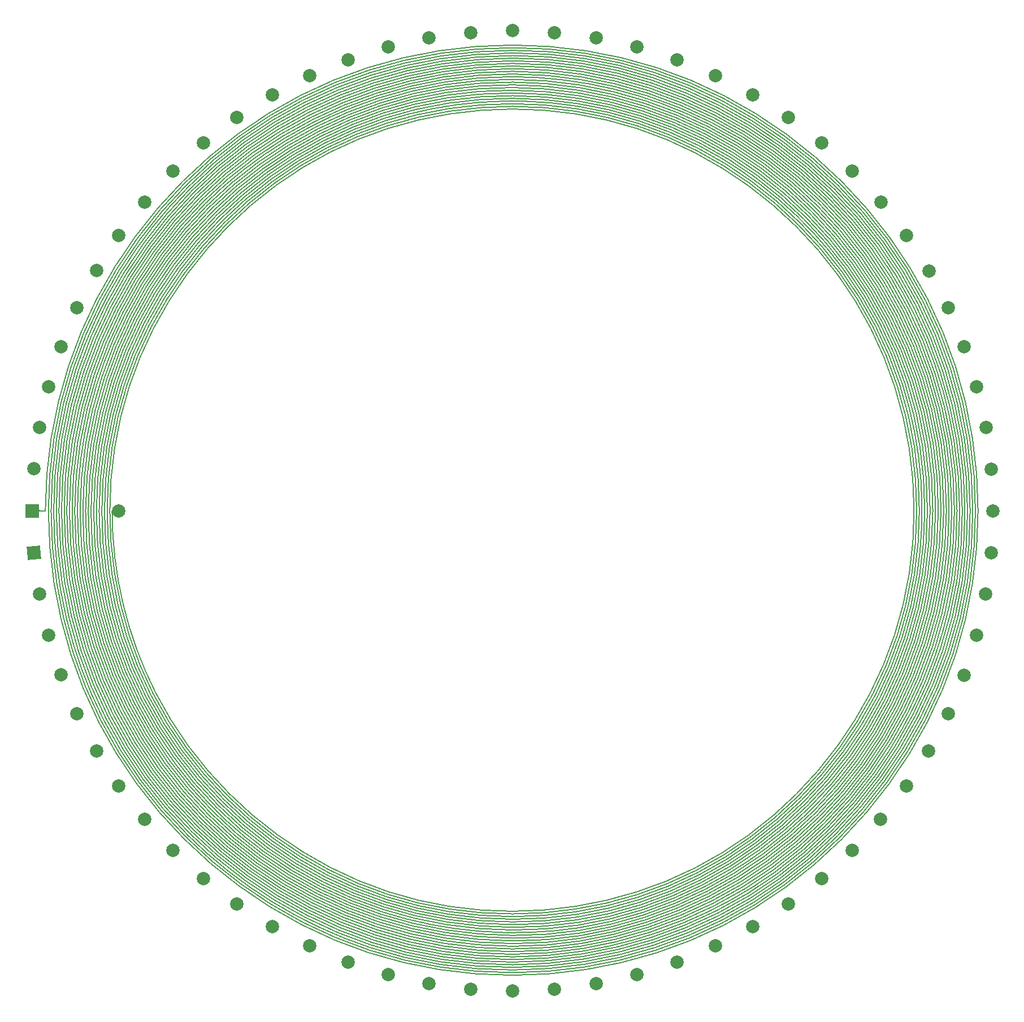
<source format=gtl>
G04*
G04 #@! TF.GenerationSoftware,Altium Limited,Altium Designer,19.1.6 (110)*
G04*
G04 Layer_Physical_Order=1*
G04 Layer_Color=255*
%FSLAX25Y25*%
%MOIN*%
G70*
G01*
G75*
%ADD14C,0.00787*%
%ADD15C,0.00800*%
%ADD16C,0.07874*%
%ADD17P,0.11136X4X50.0*%
%ADD18R,0.07874X0.07874*%
G36*
X-279543Y724D02*
X-279519Y656D01*
X-279479Y596D01*
X-279422Y544D01*
X-279349Y500D01*
X-279259Y464D01*
X-279154Y436D01*
X-279032Y416D01*
X-278894Y404D01*
X-278740Y400D01*
Y-400D01*
X-278894Y-404D01*
X-279032Y-416D01*
X-279154Y-436D01*
X-279259Y-464D01*
X-279349Y-500D01*
X-279422Y-544D01*
X-279479Y-596D01*
X-279519Y-656D01*
X-279543Y-724D01*
X-279552Y-800D01*
Y800D01*
X-279543Y724D01*
D02*
G37*
D14*
X-262025Y85137D02*
G03*
X-275591Y0I262821J-85527D01*
G01*
X-228427Y116411D02*
G03*
X-256681Y-4I232038J-117952D01*
G01*
X-236221Y0D02*
G03*
X-210579Y-107295I237487J44D01*
G01*
Y-107295D02*
G03*
X-167040Y-167020I208848J106519D01*
G01*
Y-167020D02*
G03*
X-107304Y-210637I170542J170850D01*
G01*
D02*
G03*
X-73093Y-224958I106305J205924D01*
G01*
Y-224958D02*
G03*
X-37011Y-233579I71384J218953D01*
G01*
Y-233579D02*
G03*
X-13Y-236410I36677J236139D01*
G01*
X-13D02*
G03*
X73129Y-225009I-188J241529D01*
G01*
Y-225009D02*
G03*
X107474Y-210930I-70417J220707D01*
G01*
Y-210930D02*
G03*
X139107Y-191492I-104601J205692D01*
G01*
D02*
G03*
X167296Y-167314I-141262J193208D01*
G01*
Y-167314D02*
G03*
X210994Y-107486I-170985J170762D01*
G01*
Y-107486D02*
G03*
X225333Y-73215I-205786J106235D01*
G01*
X225333D02*
G03*
X233960Y-37073I-219869J71582D01*
G01*
D02*
G03*
X236799Y-12I-236868J36786D01*
G01*
Y-12D02*
G03*
X225391Y73252I-241771J-127D01*
G01*
X225391Y73252D02*
G03*
X211281Y107653I-220555J-70370D01*
G01*
D02*
G03*
X191805Y139333I-206482J-105108D01*
G01*
X191805D02*
G03*
X167588Y167572I-193795J-141694D01*
G01*
Y167572D02*
G03*
X107669Y211351I-170971J-171107D01*
G01*
D02*
G03*
X73337Y225707I-106157J-205642D01*
G01*
Y225707D02*
G03*
X37134Y234341I-71784J-220784D01*
G01*
X37134Y234341D02*
G03*
X11Y237189I-36896J-237582D01*
G01*
X11Y237189D02*
G03*
X-73376Y225772I65J-241995D01*
G01*
Y225772D02*
G03*
X-107831Y211631I70324J-220396D01*
G01*
Y211631D02*
G03*
X-139560Y192118I105608J-207271D01*
G01*
D02*
G03*
X-167848Y167863I142115J-194374D01*
G01*
X-167848Y167863D02*
G03*
X-211708Y107852I171214J-171168D01*
G01*
D02*
G03*
X-226081Y73458I205501J-106076D01*
G01*
D02*
G03*
X-234722Y37195I221692J-71989D01*
G01*
X-234722D02*
G03*
X-237579Y10I238281J-37008D01*
G01*
D02*
G03*
X-226154Y-73499I242201J1D01*
G01*
X-226154Y-73499D02*
G03*
X-211981Y-108009I220243J70285D01*
G01*
X-211981D02*
G03*
X-192430Y-139786I208056J106102D01*
G01*
X-192430D02*
G03*
X-168138Y-168125I194942J142525D01*
G01*
Y-168125D02*
G03*
X-108035Y-212065I171352J171308D01*
G01*
X-108035Y-212065D02*
G03*
X-73580Y-226453I105998J205374D01*
G01*
X-73580D02*
G03*
X-37256Y-235103I72196J222592D01*
G01*
Y-235103D02*
G03*
X-9Y-237969I37121J238964D01*
G01*
Y-237969D02*
G03*
X73622Y-226536I64J242389D01*
G01*
D02*
G03*
X108186Y-212330I-70258J220110D01*
G01*
Y-212330D02*
G03*
X140013Y-192743I-106588J208837D01*
G01*
D02*
G03*
X168402Y-168413I-142921J195499D01*
G01*
X168402Y-168413D02*
G03*
X212421Y-108218I-171389J171525D01*
G01*
X212421D02*
G03*
X226825Y-73702I-205277J105927D01*
G01*
X226825Y-73702D02*
G03*
X235484Y-37317I-223484J72407D01*
G01*
Y-37317D02*
G03*
X238360Y-7I-239631J37236D01*
G01*
X238360Y-7D02*
G03*
X226917Y73744I-242559J129D01*
G01*
X226917D02*
G03*
X212679Y108363I-220010J-70248D01*
G01*
X212679Y108363D02*
G03*
X193055Y140239I-209614J-107066D01*
G01*
D02*
G03*
X168689Y168680I-196046J-143306D01*
G01*
D02*
G03*
X108401Y212778I-171686J-171456D01*
G01*
D02*
G03*
X73823Y227197I-105872J-205222D01*
G01*
X73823Y227197D02*
G03*
X37377Y235865I-72619J-224366D01*
G01*
X37377Y235865D02*
G03*
X6Y238751I-37351J-240281D01*
G01*
D02*
G03*
X-73867Y227298I-196J-242711D01*
G01*
D02*
G03*
X-108540Y213027I70260J-219956D01*
G01*
D02*
G03*
X-140466Y193368I107535J-210385D01*
G01*
D02*
G03*
X-168957Y168965I143677J-196582D01*
G01*
Y168965D02*
G03*
X-213134Y108584I171510J-171834D01*
G01*
D02*
G03*
X-227568Y73945I205222J-105836D01*
G01*
X-227568D02*
G03*
X-236247Y37438I225239J-72834D01*
G01*
X-236247D02*
G03*
X-239143Y4I240915J-37468D01*
G01*
X-239143Y4D02*
G03*
X-227680Y-73990I242846J-263D01*
G01*
Y-73990D02*
G03*
X-213375Y-108716I219963J70300D01*
G01*
D02*
G03*
X-193680Y-140692I211152J107997D01*
G01*
X-193680Y-140692D02*
G03*
X-169241Y-169236I197107J144037D01*
G01*
D02*
G03*
X-108767Y-213491I171971J171551D01*
G01*
D02*
G03*
X-74066Y-227938I105827J205290D01*
G01*
X-74066Y-227938D02*
G03*
X-37498Y-236628I73050J226103D01*
G01*
X-37498Y-236628D02*
G03*
X-3Y-239535I37585J241531D01*
G01*
D02*
G03*
X74112Y-228061I331J242963D01*
G01*
X74112D02*
G03*
X108892Y-213722I-70371J220043D01*
G01*
Y-213722D02*
G03*
X140919Y-193993I-108450J211912D01*
G01*
D02*
G03*
X169514Y-169517I-144383J197620D01*
G01*
D02*
G03*
X194036Y-140950I-173424J173679D01*
G01*
X194036Y-140950D02*
G03*
X213846Y-108949I-193463J141895D01*
G01*
Y-108949D02*
G03*
X237010Y-37559I-208264J107026D01*
G01*
D02*
G03*
X239927Y-1I-242130J37703D01*
G01*
D02*
G03*
X237069Y37569I-245567J208D01*
G01*
Y37569D02*
G03*
X228441Y74235I-237111J-36443D01*
G01*
X228441D02*
G03*
X194305Y141147I-223278J-71745D01*
G01*
X194305D02*
G03*
X169793Y169793I-198121J-144717D01*
G01*
D02*
G03*
X141185Y194360I-173897J-173563D01*
G01*
Y194360D02*
G03*
X109132Y214202I-141889J-193399D01*
G01*
X109132D02*
G03*
X37619Y237391I-107278J-208969D01*
G01*
X37619D02*
G03*
X-0Y240320I-37821J-242712D01*
G01*
X-0D02*
G03*
X-37632Y237464I-265J-245811D01*
G01*
D02*
G03*
X-74357Y228822I36403J-237055D01*
G01*
D02*
G03*
X-141374Y194618I72071J-223969D01*
G01*
D02*
G03*
X-170072Y170070I145038J-198609D01*
G01*
X-170072D02*
G03*
X-194684Y141420I173688J-174103D01*
G01*
Y141420D02*
G03*
X-214557Y109314I193326J-141872D01*
G01*
D02*
G03*
X-237773Y37679I209701J-107541D01*
G01*
X-237773D02*
G03*
X-240714Y-2I243275J-37940D01*
G01*
X-240714Y-2D02*
G03*
X-237859Y-37695I246035J-321D01*
G01*
X-237859D02*
G03*
X-229202Y-74479I236984J36364D01*
G01*
Y-74479D02*
G03*
X-194931Y-141602I224685J72408D01*
G01*
D02*
G03*
X-170348Y-170351I199085J145347D01*
G01*
D02*
G03*
X-141655Y-195008I174295J173801D01*
G01*
D02*
G03*
X-109496Y-214912I141845J193244D01*
G01*
X-109497Y-214912D02*
G03*
X-37740Y-238155I107813J210457D01*
G01*
X-37739Y-238155D02*
G03*
X4Y-241108I38058J243821D01*
G01*
X4Y-241108D02*
G03*
X37757Y-238255I378J246241D01*
G01*
D02*
G03*
X74601Y-229581I-36325J236900D01*
G01*
D02*
G03*
X141829Y-195244I-72754J225422D01*
G01*
X141829Y-195244D02*
G03*
X170631Y-170625I-145642J199548D01*
G01*
X170631Y-170625D02*
G03*
X195332Y-141891I-173900J174473D01*
G01*
D02*
G03*
X215267Y-109678I-193153J141807D01*
G01*
X215267Y-109678D02*
G03*
X229781Y-74671I-207055J106362D01*
G01*
D02*
G03*
X238538Y-37800I-230251J74156D01*
G01*
Y-37800D02*
G03*
X229960Y74723I-242418J38109D01*
G01*
D02*
G03*
X215453Y109767I-221919J-71345D01*
G01*
Y109767D02*
G03*
X195556Y142057I-215609J-110578D01*
G01*
Y142057D02*
G03*
X109860Y215621I-198458J-144492D01*
G01*
X109860D02*
G03*
X74792Y230149I-106591J-207702D01*
G01*
Y230149D02*
G03*
X37859Y238920I-74380J-231044D01*
G01*
X37859Y238920D02*
G03*
X-74845Y230339I-38209J-242582D01*
G01*
D02*
G03*
X-109941Y215798I71655J-222578D01*
G01*
D02*
G03*
X-142286Y195870I110975J-216323D01*
G01*
Y195870D02*
G03*
X-195981Y142362I145999J-200206D01*
G01*
X-195981Y142362D02*
G03*
X-215974Y110041I192945J-141703D01*
G01*
X-215974D02*
G03*
X-230516Y74913I208423J-106853D01*
G01*
X-230516D02*
G03*
X-239303Y37920I231823J-74605D01*
G01*
Y37920D02*
G03*
X-239443Y-37945I244957J-38382D01*
G01*
D02*
G03*
X-230717Y-74967I236569J36217D01*
G01*
X-230717D02*
G03*
X-216143Y-110116I223305J71993D01*
G01*
X-216143D02*
G03*
X-196183Y-142514I217029J111363D01*
G01*
D02*
G03*
X-142598Y-196305I200493J146140D01*
G01*
D02*
G03*
X-110222Y-216328I141636J192830D01*
G01*
D02*
G03*
X-75033Y-230884I107141J209206D01*
G01*
X-75033Y-230884D02*
G03*
X-37979Y-239686I74830J232589D01*
G01*
Y-239686D02*
G03*
X38008Y-239839I38485J245250D01*
G01*
D02*
G03*
X75089Y-231095I-36184J236434D01*
G01*
Y-231095D02*
G03*
X110290Y-216488I-72352J224089D01*
G01*
Y-216488D02*
G03*
X142743Y-196496I-111740J217724D01*
G01*
D02*
G03*
X196629Y-142834I-146267J200766D01*
G01*
Y-142834D02*
G03*
X216680Y-110403I-192708J141559D01*
G01*
D02*
G03*
X231251Y-75153I-210035J107452D01*
G01*
Y-75153D02*
G03*
X240070Y-38039I-233340J75055D01*
G01*
X240070D02*
G03*
X240235Y38070I-245524J38587D01*
G01*
X240235Y38070D02*
G03*
X231471Y75210I-236287J-36152D01*
G01*
D02*
G03*
X216832Y110464I-224915J-72726D01*
G01*
X216832D02*
G03*
X196810Y142972I-218410J-112107D01*
G01*
X196810D02*
G03*
X143071Y196953I-201025J-146382D01*
G01*
D02*
G03*
X110583Y217033I-141473J-192578D01*
G01*
X110583D02*
G03*
X75274Y231617I-107779J-210899D01*
G01*
D02*
G03*
X38099Y240454I-75280J-234077D01*
G01*
D02*
G03*
X-38132Y240632I-38688J-245779D01*
G01*
Y240632D02*
G03*
X-75332Y231847I36123J-236130D01*
G01*
D02*
G03*
X-110639Y217177I73109J-225770D01*
G01*
X-110639Y217177D02*
G03*
X-143201Y197124I112464J-219085D01*
G01*
X-143201Y197124D02*
G03*
X-197278Y143307I146485J-201269D01*
G01*
X-197278D02*
G03*
X-217384Y110763I192443J-141377D01*
G01*
X-217384D02*
G03*
X-231984Y75394I211784J-108119D01*
G01*
X-231984Y75394D02*
G03*
X-240838Y38159I234799J-75505D01*
G01*
D02*
G03*
X-241028Y-38194I246015J-38788D01*
G01*
D02*
G03*
X-232223Y-75454I235962J36096D01*
G01*
Y-75454D02*
G03*
X-217521Y-110813I226642J73495D01*
G01*
X-217521D02*
G03*
X-197438Y-143431I219748J112810D01*
G01*
Y-143431D02*
G03*
X-143544Y-197602I201499J146574D01*
G01*
X-143544Y-197602D02*
G03*
X-110942Y-217735I141273J192302D01*
G01*
Y-217735D02*
G03*
X-75514Y-232351I108465J212675D01*
G01*
Y-232351D02*
G03*
X-38218Y-241223I75729J235505D01*
G01*
X-38218Y-241223D02*
G03*
X38256Y-241425I38887J246231D01*
G01*
X38256Y-241425D02*
G03*
X75575Y-232597I-36071J235784D01*
G01*
Y-232597D02*
G03*
X110988Y-217865I-73878J227517D01*
G01*
D02*
G03*
X143661Y-197752I-113146J220400D01*
G01*
X143661Y-197752D02*
G03*
X197926Y-143780I-146652J201715D01*
G01*
D02*
G03*
X218086Y-111120I-192159J141162D01*
G01*
D02*
G03*
X232717Y-75634I-213560J108813D01*
G01*
Y-75634D02*
G03*
X241608Y-38278I-236196J75952D01*
G01*
D02*
G03*
X241821Y38318I-246429J38984D01*
G01*
D02*
G03*
X232970Y75696I-235604J-36051D01*
G01*
D02*
G03*
X218209Y111162I-228387J-74254D01*
G01*
Y111162D02*
G03*
X198067Y143891I-221041J-113471D01*
G01*
X198067D02*
G03*
X144017Y198250I-201917J-146717D01*
G01*
D02*
G03*
X111299Y218435I-141051J-192023D01*
G01*
D02*
G03*
X75753Y233084I-109163J-214437D01*
G01*
D02*
G03*
X38338Y241994I-76174J-236871D01*
G01*
Y241994D02*
G03*
X-38380Y242218I-39079J-246608D01*
G01*
D02*
G03*
X-75817Y233344I36037J-235439D01*
G01*
Y233344D02*
G03*
X-111337Y218553I74623J-229252D01*
G01*
D02*
G03*
X-144122Y198382I113785J-221669D01*
G01*
X-144122Y198382D02*
G03*
X-198574Y144254I146771J-202103D01*
G01*
X-198574D02*
G03*
X-218784Y111477I191909J-140948D01*
G01*
X-218784D02*
G03*
X-233451Y75873I215305J-109515D01*
G01*
Y75873D02*
G03*
X-242379Y38397I237529J-76395D01*
G01*
X-242379Y38397D02*
G03*
X-242614Y-38441I246769J-39173D01*
G01*
Y-38441D02*
G03*
X-233716Y-75937I235301J36035D01*
G01*
D02*
G03*
X-218897Y-111511I230112J74985D01*
G01*
D02*
G03*
X-198697Y-144352I222284J114089D01*
G01*
D02*
G03*
X-144490Y-198898I202276J146812D01*
G01*
D02*
G03*
X-111655Y-219132I140863J191828D01*
G01*
Y-219132D02*
G03*
X-75993Y-233817I109868J216164D01*
G01*
Y-233817D02*
G03*
X-38457Y-242766I76615J238170D01*
G01*
D02*
G03*
X38503Y-243010I39265J246912D01*
G01*
Y-243010D02*
G03*
X76057Y-234088I-36045J235207D01*
G01*
X76057D02*
G03*
X111686Y-219241I-75339J230965D01*
G01*
Y-219241D02*
G03*
X144584Y-199012I-114382J222886D01*
G01*
D02*
G03*
X199222Y-144727I-146842J202434D01*
G01*
Y-144727D02*
G03*
X219479Y-111833I-191793J140802D01*
G01*
Y-111833D02*
G03*
X234184Y-76112I-217013J110221D01*
G01*
D02*
G03*
X243153Y-38517I-238794J76833D01*
G01*
X243152D02*
G03*
X243406Y38564I-247036J39354D01*
G01*
X243406D02*
G03*
X234459Y76177I-235170J-36071D01*
G01*
X234459D02*
G03*
X219584Y111861I-231813J-75686D01*
G01*
Y111861D02*
G03*
X199328Y144815I-223475J-114663D01*
G01*
X199328Y144815D02*
G03*
X144963Y199545I-202578J-146861D01*
G01*
X144963D02*
G03*
X112011Y219826I-140775J-191816D01*
G01*
Y219826D02*
G03*
X76232Y234551I-110575J-217852D01*
G01*
D02*
G03*
X38577Y243540I-77049J-239401D01*
G01*
Y243540D02*
G03*
X-38626Y243802I-39441J-247142D01*
G01*
Y243802D02*
G03*
X-76296Y234830I36117J-235205D01*
G01*
X-76296Y234830D02*
G03*
X-112036Y219929I76025J-232652D01*
G01*
Y219929D02*
G03*
X-145047Y199645I114934J-224050D01*
G01*
X-145047D02*
G03*
X-199868Y145200I146869J-202708D01*
G01*
X-199868Y145200D02*
G03*
X-220172Y112189I191910J-140789D01*
G01*
Y112189D02*
G03*
X-234918Y76351I218680J-110930D01*
G01*
D02*
G03*
X-243927Y38636I239990J-77263D01*
G01*
Y38636D02*
G03*
X-247065Y-21I249716J-39728D01*
G01*
D02*
G03*
X-244197Y-38687I247189J-1104D01*
G01*
X-244197D02*
G03*
X-220272Y-112211I238357J36907D01*
G01*
D02*
G03*
X-199961Y-145279I224610J115194D01*
G01*
X-199961Y-145279D02*
G03*
X-174828Y-174858I204788J148536D01*
G01*
Y-174858D02*
G03*
X-145436Y-200191I175559J173973D01*
G01*
D02*
G03*
X-76470Y-235285I142626J194971D01*
G01*
Y-235285D02*
G03*
X-38696Y-244316I77475J240561D01*
G01*
Y-244315D02*
G03*
X21Y-247466I39824J249954D01*
G01*
D02*
G03*
X38748Y-244593I1137J247121D01*
G01*
Y-244593D02*
G03*
X112387Y-220617I-37122J239084D01*
G01*
D02*
G03*
X145511Y-200278I-115442J225157D01*
G01*
X145511D02*
G03*
X175141Y-175111I-148630J205016D01*
G01*
Y-175111D02*
G03*
X200514Y-145672I-173898J175529D01*
G01*
X200514D02*
G03*
X235653Y-76590I-195650J142996D01*
G01*
X235653D02*
G03*
X244704Y-38756I-241114J77684D01*
G01*
D02*
G03*
X247866Y22I-250172J39917D01*
G01*
D02*
G03*
X244988Y38810I-247039J1168D01*
G01*
X244988D02*
G03*
X220961Y112563I-239840J-37344D01*
G01*
X220961D02*
G03*
X200595Y145743I-225688J-115680D01*
G01*
Y145743D02*
G03*
X175394Y175425I-205228J-148712D01*
G01*
X175394Y175425D02*
G03*
X145907Y200836I-175486J-173815D01*
G01*
D02*
G03*
X76709Y236020I-143380J-196353D01*
G01*
D02*
G03*
X38816Y245093I-77890J-241649D01*
G01*
Y245093D02*
G03*
X-22Y248267I-40008J-250371D01*
G01*
D02*
G03*
X-38871Y245382I-1195J-246943D01*
G01*
D02*
G03*
X-112738Y221305I37573J-240622D01*
G01*
X-112738Y221305D02*
G03*
X-145976Y200913I115907J-226205D01*
G01*
Y200913D02*
G03*
X-175708Y175677I148784J-205425D01*
G01*
Y175677D02*
G03*
X-201158Y146143I173724J-175431D01*
G01*
X-201158Y146143D02*
G03*
X-236388Y76828I197078J-143778D01*
G01*
D02*
G03*
X-245482Y38876I242165J-78094D01*
G01*
Y38876D02*
G03*
X-248667Y-22I250551J-40095D01*
G01*
Y-22D02*
G03*
X-245776Y-38932I246833J-1219D01*
G01*
D02*
G03*
X-236676Y-76890I236908J36723D01*
G01*
X-236676D02*
G03*
X-221649Y-112914I236726J77599D01*
G01*
D02*
G03*
X-146378Y-201480I225076J115022D01*
G01*
Y-201480D02*
G03*
X-113075Y-221897I141710J193781D01*
G01*
Y-221897D02*
G03*
X-76947Y-236756I112695J222643D01*
G01*
D02*
G03*
X38993Y-246169I77882J240557D01*
G01*
X38993D02*
G03*
X77008Y-237045I-36921J237570D01*
G01*
Y-237045D02*
G03*
X113091Y-221994I-77889J237512D01*
G01*
D02*
G03*
X201801Y-146613I-115033J225262D01*
G01*
Y-146613D02*
G03*
X222241Y-113251I-194425J142061D01*
G01*
X222241D02*
G03*
X237125Y-77066I-223397J113045D01*
G01*
X237125D02*
G03*
X249470Y22I-242851J78422D01*
G01*
X249470D02*
G03*
X246562Y39054I-246575J1258D01*
G01*
Y39054D02*
G03*
X237413Y77126I-238313J-37137D01*
G01*
D02*
G03*
X222339Y113267I-238287J-78171D01*
G01*
D02*
G03*
X176528Y176559I-227328J-116316D01*
G01*
X176528Y176559D02*
G03*
X146847Y202122I-175199J-173409D01*
G01*
X146847Y202122D02*
G03*
X113428Y222585I-142454J-195134D01*
G01*
X113428Y222585D02*
G03*
X77185Y237494I-113393J-224138D01*
G01*
X77185Y237494D02*
G03*
X-21Y249871I-78572J-243132D01*
G01*
D02*
G03*
X-39116Y246954I-1272J-246427D01*
G01*
X-39116D02*
G03*
X-77245Y237780I37367J-239124D01*
G01*
X-77245Y237780D02*
G03*
X-113444Y222684I78444J-239050D01*
G01*
D02*
G03*
X-176842Y176813I116403J-227625D01*
G01*
X-176842D02*
G03*
X-202442Y147081I173292J-175099D01*
G01*
X-202442Y147081D02*
G03*
X-222928Y113604I195896J-142881D01*
G01*
X-222928D02*
G03*
X-237863Y77304I224863J-113739D01*
G01*
X-237863D02*
G03*
X-250272Y-21I243393J-78719D01*
G01*
Y-21D02*
G03*
X-247346Y-39177I246268J-1283D01*
G01*
X-247346D02*
G03*
X-238148Y-77363I239989J37609D01*
G01*
D02*
G03*
X-223029Y-113621I239802J78708D01*
G01*
Y-113621D02*
G03*
X-177097Y-177126I227906J116479D01*
G01*
X-177097D02*
G03*
X-147315Y-202762I174988J173169D01*
G01*
X-147315D02*
G03*
X-113780Y-223271I143335J196696D01*
G01*
X-113780D02*
G03*
X-77423Y-238233I114082J225574D01*
G01*
D02*
G03*
X20Y-250674I78861J243635D01*
G01*
X20D02*
G03*
X39238Y-247737I1289J246098D01*
G01*
D02*
G03*
X77481Y-238515I-37857J240894D01*
G01*
D02*
G03*
X113798Y-223375I-78963J240542D01*
G01*
D02*
G03*
X177409Y-177381I-116544J228169D01*
G01*
Y-177381D02*
G03*
X203082Y-147547I-173041J174867D01*
G01*
Y-147547D02*
G03*
X223615Y-113956I-197523J143808D01*
G01*
D02*
G03*
X238602Y-77542I-226271J114424D01*
G01*
Y-77542D02*
G03*
X251076Y20I-243858J79000D01*
G01*
Y20D02*
G03*
X248127Y39300I-245917J1292D01*
G01*
X248127D02*
G03*
X238882Y77599I-241824J-38107D01*
G01*
X238882D02*
G03*
X223721Y113976I-241269J-79210D01*
G01*
D02*
G03*
X177665Y177693I-228417J-116599D01*
G01*
D02*
G03*
X147779Y203401I-174736J-172909D01*
G01*
X147779Y203401D02*
G03*
X114132Y223958I-144293J-198362D01*
G01*
X114132D02*
G03*
X77661Y238973I-114762J-226951D01*
G01*
D02*
G03*
X-19Y251477I-79134J-244062D01*
G01*
D02*
G03*
X-39361Y248516I-1291J-245725D01*
G01*
D02*
G03*
X-77718Y239249I38357J-242764D01*
G01*
D02*
G03*
X-114154Y224067I79448J-241983D01*
G01*
X-114154D02*
G03*
X-177976Y177950I116643J-228647D01*
G01*
D02*
G03*
X-203719Y148011I172773J-174595D01*
G01*
D02*
G03*
X-224301Y114308I199202J-144783D01*
G01*
D02*
G03*
X-239343Y77780I227616J-115096D01*
G01*
X-239343D02*
G03*
X-251879Y-18I244247J-79263D01*
G01*
X-251879D02*
G03*
X-248905Y-39423I245527J-1285D01*
G01*
Y-39423D02*
G03*
X-239616Y-77836I243702J38601D01*
G01*
X-239616D02*
G03*
X-224413Y-114331I242683J79677D01*
G01*
X-224413D02*
G03*
X-178235Y-178259I228861J116677D01*
G01*
Y-178259D02*
G03*
X-148242Y-204037I174450J172639D01*
G01*
D02*
G03*
X-114483Y-224644I145274J200033D01*
G01*
D02*
G03*
X-77899Y-239715I115428J228265D01*
G01*
D02*
G03*
X17Y-252280I79388J244413D01*
G01*
X17D02*
G03*
X39483Y-249292I1275J245334D01*
G01*
Y-249292D02*
G03*
X77955Y-239983I-38838J244634D01*
G01*
X77955D02*
G03*
X114510Y-224760I-79897J243369D01*
G01*
X114510D02*
G03*
X178543Y-178519I-116701J229059D01*
G01*
D02*
G03*
X204354Y-148473I-172518J174311D01*
G01*
X204354Y-148473D02*
G03*
X224987Y-114659I-200855J145764D01*
G01*
X224987Y-114659D02*
G03*
X240086Y-78018I-228897J115756D01*
G01*
D02*
G03*
X252681Y16I-244561J79508D01*
G01*
X252681Y16D02*
G03*
X249679Y39544I-245164J1259D01*
G01*
Y39544D02*
G03*
X240349Y78073I-245559J-39070D01*
G01*
X240349D02*
G03*
X225108Y114688I-244040J-80108D01*
G01*
X225108Y114688D02*
G03*
X178804Y178826I-229240J-116716D01*
G01*
X178804Y178825D02*
G03*
X148703Y204670I-174189J-172423D01*
G01*
D02*
G03*
X114834Y225330I-146255J-201668D01*
G01*
D02*
G03*
X78138Y240458I-116079J-229513D01*
G01*
D02*
G03*
X-15Y253083I-79624J-244690D01*
G01*
D02*
G03*
X-39605Y250066I-1237J-245030D01*
G01*
X-39605D02*
G03*
X-78192Y240716I39294J-246477D01*
G01*
D02*
G03*
X-114867Y225455I80310J-244697D01*
G01*
Y225455D02*
G03*
X-179108Y179088I116721J-229404D01*
G01*
X-179108Y179088D02*
G03*
X-204986Y148934I172364J-174094D01*
G01*
X-204986Y148934D02*
G03*
X-225674Y115010I202471J-146745D01*
G01*
X-225674Y115010D02*
G03*
X-240830Y78257I230112J-116399D01*
G01*
D02*
G03*
X-253484Y-14I244801J-79734D01*
G01*
X-253484Y-14D02*
G03*
X-250451Y-39665I244950J-1208D01*
G01*
D02*
G03*
X-241083Y-78311I247387J39512D01*
G01*
Y-78311D02*
G03*
X-225803Y-115046I245339J80503D01*
G01*
X-225803D02*
G03*
X-179373Y-179391I229553J116717D01*
G01*
X-179373Y-179391D02*
G03*
X-149164Y-205300I174036J172352D01*
G01*
X-149164D02*
G03*
X-115185Y-226017I147234J203264D01*
G01*
Y-226017D02*
G03*
X-78377Y-241203I116714J230693D01*
G01*
D02*
G03*
X12Y-253885I79839J244894D01*
G01*
D02*
G03*
X39725Y-250836I1172J244936D01*
G01*
D02*
G03*
X78430Y-241450I-39724J248289D01*
G01*
X78430Y-241450D02*
G03*
X115225Y-226151I-80687J245965D01*
G01*
X115225Y-226151D02*
G03*
X179674Y-179657I-116704J229684D01*
G01*
D02*
G03*
X205615Y-149393I-172399J174027D01*
G01*
D02*
G03*
X226361Y-115360I-204046J147722D01*
G01*
Y-115360D02*
G03*
X241576Y-78496I-231257J117024D01*
G01*
Y-78496D02*
G03*
X254285Y11I-244969J79939D01*
G01*
X254285Y11D02*
G03*
X251221Y39784I-245006J1127D01*
G01*
X251221Y39784D02*
G03*
X241817Y78549I-249183J-39928D01*
G01*
X241817Y78549D02*
G03*
X226500Y115405I-246575J-80862D01*
G01*
Y115405D02*
G03*
X205724Y149494I-231983J-118012D01*
G01*
X205724D02*
G03*
X179941Y179956I-206525J-148656D01*
G01*
X179941Y179956D02*
G03*
X115535Y226704I-176137J-174924D01*
G01*
Y226704D02*
G03*
X78616Y241950I-117328J-231803D01*
G01*
X78616D02*
G03*
X39792Y251374I-80656J-247595D01*
G01*
X39792D02*
G03*
X-10Y254686I-40931J-251111D01*
G01*
Y254686D02*
G03*
X-78668Y242184I-808J-248614D01*
G01*
D02*
G03*
X-115585Y226849I81028J-247168D01*
G01*
X-115585D02*
G03*
X-149729Y206047I118071J-232230D01*
G01*
Y206047D02*
G03*
X-180238Y180225I148581J-206481D01*
G01*
X-180238D02*
G03*
X-227048Y115710I175533J-176604D01*
G01*
D02*
G03*
X-242324Y78736I232332J-117628D01*
G01*
Y78736D02*
G03*
X-251770Y39854I247801J-80786D01*
G01*
D02*
G03*
X-255085Y-8I251019J-40950D01*
G01*
X-255085D02*
G03*
X-242551Y-78787I249390J-706D01*
G01*
X-242551D02*
G03*
X-227198Y-115764I247745J81185D01*
G01*
X-227198D02*
G03*
X-206371Y-149965I232459J118121D01*
G01*
X-206371D02*
G03*
X-180508Y-180519I206422J148500D01*
G01*
Y-180519D02*
G03*
X-115886Y-227393I177090J176166D01*
G01*
D02*
G03*
X-78856Y-242699I117922J232842D01*
G01*
X-78856D02*
G03*
X-39917Y-252165I80910J247989D01*
G01*
X-39917Y-252165D02*
G03*
X7Y-255485I40963J250913D01*
G01*
D02*
G03*
X78907Y-242918I600J250196D01*
G01*
D02*
G03*
X115945Y-227548I-81334J248305D01*
G01*
X115945D02*
G03*
X150201Y-206695I-118161J232670D01*
G01*
X150200Y-206695D02*
G03*
X180801Y-180792I-148413J206350D01*
G01*
D02*
G03*
X227737Y-116061I-176820J177594D01*
G01*
X227737Y-116061D02*
G03*
X243074Y-78976I-233333J118210D01*
G01*
X243074D02*
G03*
X252561Y-39979I-248157J81028D01*
G01*
D02*
G03*
X255884Y6I-250794J40971D01*
G01*
D02*
G03*
X243285Y79027I-251026J493D01*
G01*
X243285D02*
G03*
X227899Y116125I-248848J-81473D01*
G01*
X227899D02*
G03*
X207020Y150436I-232863J-118193D01*
G01*
D02*
G03*
X181075Y181082I-206265J-148320D01*
G01*
X181075D02*
G03*
X150538Y207180I-175015J-173868D01*
G01*
X150538D02*
G03*
X116236Y228082I-150128J-207779D01*
G01*
X116236D02*
G03*
X-5Y256283I-117808J-231925D01*
G01*
X-5D02*
G03*
X-40081Y253136I-765J-247030D01*
G01*
D02*
G03*
X-79147Y243653I40849J-253497D01*
G01*
D02*
G03*
X-181363Y181357I80683J-247392D01*
G01*
X-181363Y181357D02*
G03*
X-207492Y150767I174421J-175435D01*
G01*
X-207492Y150767D02*
G03*
X-228427Y116411I208487J-150601D01*
G01*
X-256681Y-4D02*
G03*
X-253518Y-40141I247762J-668D01*
G01*
X-253518D02*
G03*
X-244021Y-79267I254326J41013D01*
G01*
X-244021Y-79267D02*
G03*
X-207669Y-150908I249608J81613D01*
G01*
X-207669D02*
G03*
X-181639Y-181643I206057J148119D01*
G01*
Y-181643D02*
G03*
X-150995Y-207804I175912J175038D01*
G01*
Y-207804D02*
G03*
X-116586Y-228772I151069J209182D01*
G01*
Y-228772D02*
G03*
X-40168Y-253750I118887J234337D01*
G01*
X-40168Y-253750D02*
G03*
X2Y-257078I40964J250360D01*
G01*
X2Y-257078D02*
G03*
X40200Y-253899I566J248574D01*
G01*
D02*
G03*
X79388Y-244389I-41169J255142D01*
G01*
Y-244389D02*
G03*
X151144Y-207994I-81655J249923D01*
G01*
X151144D02*
G03*
X181924Y-181921I-148012J205934D01*
G01*
X181924Y-181921D02*
G03*
X208115Y-151222I-175710J176437D01*
G01*
D02*
G03*
X229118Y-116761I-209862J151533D01*
G01*
X229118D02*
G03*
X254147Y-40231I-234580J119077D01*
G01*
X254147D02*
G03*
X257475Y2I-250192J40950D01*
G01*
X257475D02*
G03*
X254281Y40259I-249451J461D01*
G01*
X254281D02*
G03*
X244758Y79509I-255945J-41319D01*
G01*
Y79509D02*
G03*
X208319Y151379I-250219J-81688D01*
G01*
D02*
G03*
X182202Y182203I-205799J-147900D01*
G01*
D02*
G03*
X151450Y208427I-177001J-176424D01*
G01*
D02*
G03*
X116936Y229464I-151993J-210529D01*
G01*
Y229464D02*
G03*
X40294Y254544I-119260J-234803D01*
G01*
Y254544D02*
G03*
X-1Y257871I-40931J-250012D01*
G01*
Y257871D02*
G03*
X-40318Y254662I-355J-250378D01*
G01*
X-40318Y254662D02*
G03*
X-79629Y245127I41462J-256735D01*
G01*
Y245127D02*
G03*
X-151615Y208645I81713J-250497D01*
G01*
D02*
G03*
X-182483Y182482I147785J-205653D01*
G01*
D02*
G03*
X-208738Y151678I177169J-177595D01*
G01*
X-208738D02*
G03*
X-229810Y117112I211180J-152448D01*
G01*
Y117112D02*
G03*
X-254941Y40358I235008J-119435D01*
G01*
X-254941D02*
G03*
X-258267Y-0I249822J-40905D01*
G01*
X-258267Y-0D02*
G03*
X-255043Y-40377I251340J-249D01*
G01*
D02*
G03*
X-245496Y-79751I257510J41597D01*
G01*
X-245496D02*
G03*
X-208970Y-151851I250757J81729D01*
G01*
D02*
G03*
X-182762Y-182762I205495J147667D01*
G01*
X-182762Y-182762D02*
G03*
X-151905Y-209049I178209J177931D01*
G01*
D02*
G03*
X-117287Y-230157I152897J211817D01*
G01*
D02*
G03*
X-40421Y-255337I119603J235194D01*
G01*
Y-255337D02*
G03*
X0Y-258661I40875J249622D01*
G01*
Y-258661D02*
G03*
X40437Y-255423I145J252321D01*
G01*
Y-255423D02*
G03*
X79872Y-245865I-41726J258271D01*
G01*
D02*
G03*
X152086Y-209296I-81738J250998D01*
G01*
Y-209296D02*
G03*
X183040Y-183040I-147546J205327D01*
G01*
X183040Y-183040D02*
G03*
X209360Y-152132I-178700J178833D01*
G01*
X209360Y-152132D02*
G03*
X230504Y-117463I-212438J153341D01*
G01*
D02*
G03*
X255734Y-40485I-235361J119764D01*
G01*
D02*
G03*
X259055Y-0I-249413J40839D01*
G01*
X259055Y-0D02*
G03*
X255804Y40496I-253305J45D01*
G01*
X255804Y40496D02*
G03*
X246235Y79993I-259016J-41848D01*
G01*
X246235D02*
G03*
X209621Y152322I-251220J-81739D01*
G01*
X209621D02*
G03*
X183319Y183318I-205150J-147424D01*
G01*
X183319D02*
G03*
X152359Y209672I-179457J-179462D01*
G01*
X152359D02*
G03*
X117638Y230852I-153779J-213044D01*
G01*
D02*
G03*
X40549Y256131I-119917J-235510D01*
G01*
D02*
G03*
X0Y259448I-40797J-249202D01*
G01*
Y259448D02*
G03*
X-40556Y256185I50J-254283D01*
G01*
X-40556Y256185D02*
G03*
X-80115Y246605I41963J-259746D01*
G01*
Y246605D02*
G03*
X-152557Y209947I81732J-251424D01*
G01*
X-152557D02*
G03*
X-183596Y183596I147309J-204974D01*
G01*
X-183596D02*
G03*
X-209983Y152586I180216J-180081D01*
G01*
X-209983D02*
G03*
X-231200Y117814I213633J-154211D01*
G01*
D02*
G03*
X-256527Y40613I235640J-120062D01*
G01*
Y40613D02*
G03*
X-259840Y1I249006J-40753D01*
G01*
Y1D02*
G03*
X-256565Y-40615I255253J139D01*
G01*
Y-40615D02*
G03*
X-246975Y-80237I260460J42071D01*
G01*
X-246975D02*
G03*
X-210272Y-152792I251610J81718D01*
G01*
Y-152792D02*
G03*
X-183874Y-183872I204812J147211D01*
G01*
Y-183872D02*
G03*
X-152813Y-210294I180704J180961D01*
G01*
D02*
G03*
X-117990Y-231548I154636J214207D01*
G01*
Y-231548D02*
G03*
X-40677Y-256924I120199J235753D01*
G01*
D02*
G03*
X-1Y-260231I40707J248839D01*
G01*
Y-260231D02*
G03*
X40675Y-256946I-223J256216D01*
G01*
X40675Y-256946D02*
G03*
X80359Y-247346I-42173J261158D01*
G01*
Y-247346D02*
G03*
X153027Y-210598I-81697J251777D01*
G01*
X153027D02*
G03*
X184148Y-184151I-147140J204677D01*
G01*
X184148Y-184151D02*
G03*
X210606Y-153040I-181695J181324D01*
G01*
D02*
G03*
X231897Y-118166I-214764J155054D01*
G01*
X231897D02*
G03*
X257320Y-40741I-235847J120328D01*
G01*
X257320D02*
G03*
X260622Y-2I-248718J40662D01*
G01*
X260622D02*
G03*
X257327Y40735I-257170J-301D01*
G01*
D02*
G03*
X247717Y80481I-261840J-42268D01*
G01*
Y80481D02*
G03*
X210923Y153262I-251926J-81670D01*
G01*
D02*
G03*
X184427Y184423I-204580J-147106D01*
G01*
Y184423D02*
G03*
X153267Y210917I-181942J-182420D01*
G01*
X153267D02*
G03*
X118342Y232246I-155465J-215304D01*
G01*
X118342D02*
G03*
X40805Y257716I-120449J-235924D01*
G01*
D02*
G03*
X3Y261012I-40619J-248659D01*
G01*
X3D02*
G03*
X-40795Y257707I374J-258114D01*
G01*
Y257707D02*
G03*
X-80604Y248089I42356J-262504D01*
G01*
X-80604D02*
G03*
X-153497Y211248I81635J-252057D01*
G01*
X-153497Y211248D02*
G03*
X-184698Y184704I147119J-204535D01*
G01*
X-184698D02*
G03*
X-211229Y153493I183134J-182557D01*
G01*
X-211229D02*
G03*
X-232596Y118518I215828J-155869D01*
G01*
X-232596D02*
G03*
X-258112Y40869I235984J-120562D01*
G01*
X-258112D02*
G03*
X-261401Y4I248676J-40581D01*
G01*
X-261401D02*
G03*
X-258088Y-40855I259050J441D01*
G01*
X-258088D02*
G03*
X-248461Y-80726I263150J42437D01*
G01*
D02*
G03*
X-211574Y-153731I252170J81594D01*
G01*
X-211574D02*
G03*
X-184979Y-184972I204553J147187D01*
G01*
X-184979Y-184972D02*
G03*
X-153720Y-211541I183170J183837D01*
G01*
Y-211541D02*
G03*
X-118695Y-232946I156264J216334D01*
G01*
X-118695D02*
G03*
X-80800Y-248748I121675J238444D01*
G01*
D02*
G03*
X-40933Y-258507I81974J248568D01*
G01*
D02*
G03*
X40915Y-258469I40805J251998D01*
G01*
Y-258469D02*
G03*
X80849Y-248834I-42512J263779D01*
G01*
Y-248834D02*
G03*
X118849Y-233204I-82577J254770D01*
G01*
Y-233204D02*
G03*
X153966Y-211898I-117764J233697D01*
G01*
D02*
G03*
X211853Y-153947I-149600J207321D01*
G01*
D02*
G03*
X233297Y-118871I-216823J156651D01*
G01*
D02*
G03*
X249129Y-80923I-238633J121840D01*
G01*
Y-80923D02*
G03*
X258903Y-40997I-248469J81979D01*
G01*
X258903D02*
G03*
X258850Y40976I-252773J40824D01*
G01*
D02*
G03*
X249207Y80972I-264389J-42581D01*
G01*
Y80972D02*
G03*
X233561Y119031I-255010J-82591D01*
G01*
X233561D02*
G03*
X212223Y154200I-233623J-117688D01*
G01*
D02*
G03*
X154173Y212165I-207894J-150147D01*
G01*
D02*
G03*
X119049Y233648I-157030J-217294D01*
G01*
X119049D02*
G03*
X81047Y249511I-121996J-238803D01*
G01*
D02*
G03*
X41061Y259297I-81976J-248356D01*
G01*
Y259297D02*
G03*
X-41036Y259231I-40844J-253581D01*
G01*
D02*
G03*
X-81095Y249581I42643J-264981D01*
G01*
X-81095D02*
G03*
X-119213Y233918I82598J-255231D01*
G01*
X-119213D02*
G03*
X-154434Y212547I117608J-233534D01*
G01*
X-154434Y212547D02*
G03*
X-212477Y154400I150714J-208490D01*
G01*
Y154400D02*
G03*
X-233999Y119226I217748J-157401D01*
G01*
X-233999D02*
G03*
X-249892Y81171I238955J-122142D01*
G01*
D02*
G03*
X-259692Y41124I248231J-81966D01*
G01*
Y41124D02*
G03*
X-259612Y-41097I254417J-40865D01*
G01*
X-259612D02*
G03*
X-249955Y-81219I265554J42700D01*
G01*
D02*
G03*
X-234275Y-119395I255433J82599D01*
G01*
X-234275D02*
G03*
X-212871Y-154667I233431J117524D01*
G01*
Y-154667D02*
G03*
X-154627Y-212790I209107J151298D01*
G01*
X-154627D02*
G03*
X-119403Y-234351I157762J218184D01*
G01*
X-119403Y-234351D02*
G03*
X-81295Y-250274I122280J239090D01*
G01*
X-81295D02*
G03*
X-41188Y-260086I81949J248092D01*
G01*
Y-260086D02*
G03*
X-11Y-263339I40504J250406D01*
G01*
Y-263339D02*
G03*
X41158Y-259994I-697J263558D01*
G01*
Y-259994D02*
G03*
X154901Y-213194I-42187J264152D01*
G01*
D02*
G03*
X186337Y-186354I-148657J205945D01*
G01*
D02*
G03*
X213103Y-154854I-187176J186165D01*
G01*
X213103D02*
G03*
X260479Y-41252I-216658J157033D01*
G01*
D02*
G03*
X263726Y-12I-251102J40517D01*
G01*
D02*
G03*
X260376Y41219I-264423J-732D01*
G01*
X260376D02*
G03*
X213517Y155134I-264323J-42134D01*
G01*
D02*
G03*
X186628Y186610I-206483J-149170D01*
G01*
D02*
G03*
X155080Y213417I-186748J-187806D01*
G01*
X155080Y213417D02*
G03*
X81543Y251037I-158303J-218754D01*
G01*
X81543Y251037D02*
G03*
X41315Y260872I-81891J-247779D01*
G01*
D02*
G03*
X14Y264112I-40538J-251888D01*
G01*
Y264112D02*
G03*
X-41281Y260758I763J-265274D01*
G01*
D02*
G03*
X-119942Y235349I42741J-266780D01*
G01*
X-119942Y235349D02*
G03*
X-155367Y213839I117254J-233038D01*
G01*
X-155367D02*
G03*
X-186882Y186902I149736J-207085D01*
G01*
Y186902D02*
G03*
X-213730Y155307I188423J-187325D01*
G01*
X-213730D02*
G03*
X-251419Y81667I218971J-158534D01*
G01*
X-251419D02*
G03*
X-261264Y41378I247606J-81850D01*
G01*
X-261264D02*
G03*
X-264498Y15I252750J-40567D01*
G01*
X-264498D02*
G03*
X-261140Y-41342I266110J788D01*
G01*
X-261140Y-41342D02*
G03*
X-235707Y-120124I267087J42728D01*
G01*
D02*
G03*
X-214161Y-155599I232881J117159D01*
G01*
X-214161D02*
G03*
X-187175Y-187154I207739J150345D01*
G01*
D02*
G03*
X-155534Y-214044I187895J189025D01*
G01*
Y-214044D02*
G03*
X-81792Y-251801I158755J219170D01*
G01*
Y-251801D02*
G03*
X-41441Y-261656I81803J247422D01*
G01*
D02*
G03*
X-16Y-264883I40603J253671D01*
G01*
X-16D02*
G03*
X41404Y-261523I-809J266932D01*
G01*
D02*
G03*
X120306Y-236065I-42710J267373D01*
G01*
D02*
G03*
X155832Y-214482I-117062J232711D01*
G01*
D02*
G03*
X187425Y-187449I-150986J208435D01*
G01*
D02*
G03*
X214359Y-155762I-189614J188458D01*
G01*
X214359Y-155762D02*
G03*
X252184Y-81917I-219350J158965D01*
G01*
X252184Y-81917D02*
G03*
X262047Y-41504I-247228J81748D01*
G01*
X262047D02*
G03*
X265269Y-17I-254636J40645D01*
G01*
Y-17D02*
G03*
X261906Y41465I-267739J-824D01*
G01*
X261906D02*
G03*
X236424Y120488I-267640J-42686D01*
G01*
Y120488D02*
G03*
X214802Y156064I-232529J-116963D01*
G01*
X214802Y156063D02*
G03*
X187722Y187697I-209161J-151648D01*
G01*
Y187697D02*
G03*
X155989Y214674I-189014J-190188D01*
G01*
D02*
G03*
X82042Y252566I-159165J-219513D01*
G01*
D02*
G03*
X41566Y262437I-81685J-247025D01*
G01*
X41566Y262437D02*
G03*
X18Y265654I-40692J-255629D01*
G01*
Y265654D02*
G03*
X-41527Y262290I836J-268530D01*
G01*
X-41527D02*
G03*
X-120670Y236782I42657J-267886D01*
G01*
D02*
G03*
X-156295Y215122I116863J-232335D01*
G01*
X-156295D02*
G03*
X-187969Y187995I152321J-209904D01*
G01*
Y187995D02*
G03*
X-214989Y156216I190748J-189561D01*
G01*
Y156216D02*
G03*
X-252948Y82167I219658J-159354D01*
G01*
X-252948Y82167D02*
G03*
X-262826Y41628I246813J-81615D01*
G01*
X-262826Y41628D02*
G03*
X-266039Y19I256634J-40745D01*
G01*
X-266039D02*
G03*
X-262674Y-41589I269305J842D01*
G01*
X-262674D02*
G03*
X-237141Y-120851I268112J42623D01*
G01*
D02*
G03*
X-215441Y-156527I232130J116762D01*
G01*
X-215441Y-156527D02*
G03*
X-188268Y-188240I210653J152992D01*
G01*
D02*
G03*
X-156444Y-215304I190100J191293D01*
G01*
X-156444Y-215304D02*
G03*
X-82292Y-253330I159532J219785D01*
G01*
X-82292Y-253330D02*
G03*
X-41689Y-263215I81539J246594D01*
G01*
X-41689D02*
G03*
X-20Y-266424I40801J257636D01*
G01*
X-20Y-266424D02*
G03*
X41652Y-263058I-844J270063D01*
G01*
X41652Y-263058D02*
G03*
X121033Y-237500I-42585J268319D01*
G01*
X121033D02*
G03*
X156757Y-215759I-116663J231920D01*
G01*
Y-215759D02*
G03*
X188512Y-188541I-153656J211401D01*
G01*
X188512Y-188541D02*
G03*
X215620Y-156672I-191823J190631D01*
G01*
X215620D02*
G03*
X253712Y-82417I-219895J159700D01*
G01*
X253712Y-82417D02*
G03*
X263602Y-41751I-246381J81458D01*
G01*
D02*
G03*
X266809Y-21I-258630J40863D01*
G01*
Y-21D02*
G03*
X263442Y41714I-270804J-841D01*
G01*
Y41714D02*
G03*
X237858Y121214I-268505J-42542D01*
G01*
X237858D02*
G03*
X216076Y156988I-231719J-116576D01*
G01*
D02*
G03*
X188813Y188784I-212145J-154311D01*
G01*
X188813D02*
G03*
X156900Y215937I-191152J-192338D01*
G01*
X156900Y215937D02*
G03*
X82542Y254094I-159857J-219987D01*
G01*
Y254094D02*
G03*
X41813Y263989I-81379J-246190D01*
G01*
D02*
G03*
X21Y267194I-40929J-259615D01*
G01*
D02*
G03*
X-41777Y263828I834J-271528D01*
G01*
D02*
G03*
X-121396Y238217I42494J-268671D01*
G01*
X-121396D02*
G03*
X-157217Y216393I116507J-231541D01*
G01*
D02*
G03*
X-189056Y189086I154956J-212887D01*
G01*
X-189056D02*
G03*
X-216253Y157128I192837J-191664D01*
G01*
X-216253Y157128D02*
G03*
X-254475Y82667I220063J-160003D01*
G01*
D02*
G03*
X-264375Y41875I246036J-81306D01*
G01*
D02*
G03*
X-267579Y22I260591J-40999D01*
G01*
D02*
G03*
X-264213Y-41839I272234J823D01*
G01*
X-264213D02*
G03*
X-238575Y-121577I268818J42442D01*
G01*
X-238575D02*
G03*
X-216709Y-157446I231401J116464D01*
G01*
X-216709D02*
G03*
X-189359Y-189328I213624J155592D01*
G01*
D02*
G03*
X-157356Y-216570I192166J193320D01*
G01*
Y-216570D02*
G03*
X-82793Y-254857I160138J220122D01*
G01*
X-82793D02*
G03*
X-41937Y-264760I81242J245936D01*
G01*
X-41937D02*
G03*
X-22Y-267964I41073J261557D01*
G01*
X-22D02*
G03*
X41902Y-264599I-808J272921D01*
G01*
Y-264599D02*
G03*
X121758Y-238933I-42386J268946D01*
G01*
Y-238933D02*
G03*
X157674Y-217025I-116457J231313D01*
G01*
X157674Y-217025D02*
G03*
X189600Y-189631I-156217J214358D01*
G01*
D02*
G03*
X216888Y-157585I-193788J192657D01*
G01*
Y-157585D02*
G03*
X255238Y-82918I-220164J160262D01*
G01*
X255238Y-82918D02*
G03*
X265145Y-41999I-245904J81193D01*
G01*
D02*
G03*
X268349Y-22I-262512J41151D01*
G01*
D02*
G03*
X264986Y41965I-273590J-789D01*
G01*
X264986D02*
G03*
X239292Y121939I-269054J-42327D01*
G01*
X239292D02*
G03*
X217341Y157902I-231290J-116491D01*
G01*
D02*
G03*
X189904Y189872I-215086J-156832D01*
G01*
X189904D02*
G03*
X157814Y217206I-193139J-194239D01*
G01*
X157814D02*
G03*
X83043Y255619I-160375J-220191D01*
G01*
X83043Y255619D02*
G03*
X42061Y265529I-81161J-245956D01*
G01*
Y265529D02*
G03*
X22Y268735I-41233J-263457D01*
G01*
Y268735D02*
G03*
X-42028Y265372I767J-274240D01*
G01*
X-42028Y265372D02*
G03*
X-83079Y255619I42884J-271750D01*
G01*
D02*
G03*
X-122120Y239649I82013J-256205D01*
G01*
Y239649D02*
G03*
X-190145Y190176I118282J-234138D01*
G01*
X-190145D02*
G03*
X-217524Y158043I194675J-193609D01*
G01*
X-217524D02*
G03*
X-239674Y122095I222561J-161931D01*
G01*
Y122095D02*
G03*
X-256000Y83168I239103J-123166D01*
G01*
X-256000D02*
G03*
X-269120Y22I249581J-81991D01*
G01*
Y22D02*
G03*
X-265760Y-42091I274871J740D01*
G01*
Y-42091D02*
G03*
X-256000Y-83204I271998J42859D01*
G01*
X-256000D02*
G03*
X-240007Y-122301I256116J81946D01*
G01*
X-240007Y-122301D02*
G03*
X-190449Y-190417I234783J118730D01*
G01*
D02*
G03*
X-158273Y-217843I194068J195094D01*
G01*
D02*
G03*
X-122276Y-240032I162117J222710D01*
G01*
Y-240032D02*
G03*
X-83293Y-256380I123146J238986D01*
G01*
D02*
G03*
X-22Y-269506I82134J250370D01*
G01*
Y-269506D02*
G03*
X42154Y-266148I-710J275482D01*
G01*
D02*
G03*
X83328Y-256381I-42831J272224D01*
G01*
X83328Y-256381D02*
G03*
X122481Y-240364I-81877J256012D01*
G01*
D02*
G03*
X190690Y-190721I-119195J235455D01*
G01*
X190690Y-190721D02*
G03*
X218162Y-158502I-195496J194515D01*
G01*
D02*
G03*
X240389Y-122458I-222842J162291D01*
G01*
Y-122458D02*
G03*
X256760Y-83418I-238857J123116D01*
G01*
X256760Y-83418D02*
G03*
X269892Y-22I-251189J82284D01*
G01*
Y-22D02*
G03*
X266536Y42218I-276073J-677D01*
G01*
D02*
G03*
X256762Y83452I-272430J-42800D01*
G01*
X256762D02*
G03*
X240721Y122661I-255891J-81806D01*
G01*
X240721Y122661D02*
G03*
X190994Y190963I-236153J-119676D01*
G01*
D02*
G03*
X158732Y218482I-194951J-195883D01*
G01*
D02*
G03*
X122640Y240747I-162452J-222956D01*
G01*
Y240747D02*
G03*
X83543Y257139I-123076J-238716D01*
G01*
D02*
G03*
X21Y270278I-82440J-252035D01*
G01*
D02*
G03*
X-42281Y266925I640J-276644D01*
G01*
X-42281D02*
G03*
X-83576Y257144I42765J-272614D01*
G01*
Y257144D02*
G03*
X-122841Y241077I81734J-255756D01*
G01*
D02*
G03*
X-159036Y218913I117556J-232602D01*
G01*
Y218913D02*
G03*
X-191237Y191267I159740J-218638D01*
G01*
D02*
G03*
X-257519Y83668I194621J-194103D01*
G01*
D02*
G03*
X-267440Y42370I247931J-81407D01*
G01*
X-267440Y42370D02*
G03*
X-270664Y21I267993J-41697D01*
G01*
D02*
G03*
X-241433Y-123021I274949J327D01*
G01*
X-241433D02*
G03*
X-219226Y-159261I233174J117958D01*
G01*
X-219226Y-159261D02*
G03*
X-191540Y-191510I219327J160286D01*
G01*
D02*
G03*
X-83792Y-257897I194269J194674D01*
G01*
D02*
G03*
X-42432Y-267821I81539J248667D01*
G01*
X-42432Y-267821D02*
G03*
X-20Y-271051I41800J268859D01*
G01*
D02*
G03*
X83824Y-257908I-536J277437D01*
G01*
X83824D02*
G03*
X123201Y-241788I-81586J255443D01*
G01*
Y-241788D02*
G03*
X159487Y-219539I-118408J233826D01*
G01*
D02*
G03*
X191785Y-191813I-160820J220008D01*
G01*
D02*
G03*
X241820Y-123187I-196646J195932D01*
G01*
X241820D02*
G03*
X258275Y-83916I-238227J122900D01*
G01*
X258275D02*
G03*
X268202Y-42494I-249486J81692D01*
G01*
X268202Y-42494D02*
G03*
X271438Y-19I-269710J41905D01*
G01*
X271438Y-19D02*
G03*
X258291Y83948I-277747J-475D01*
G01*
Y83948D02*
G03*
X242143Y123380I-255265J-81512D01*
G01*
X242143D02*
G03*
X219851Y159713I-234546J-118897D01*
G01*
Y159713D02*
G03*
X192086Y192059I-220680J-161341D01*
G01*
Y192059D02*
G03*
X123370Y242178I-196187J-196814D01*
G01*
Y242178D02*
G03*
X84039Y258652I-122822J-238044D01*
G01*
Y258652D02*
G03*
X42555Y268583I-81864J-250374D01*
G01*
D02*
G03*
X18Y271825I-42013J-270545D01*
G01*
X18Y271825D02*
G03*
X-84072Y258673I411J-278036D01*
G01*
D02*
G03*
X-123560Y242497I81437J-255074D01*
G01*
X-123560Y242497D02*
G03*
X-159938Y220164I119418J-235321D01*
G01*
D02*
G03*
X-192334Y192359I161849J-221342D01*
G01*
Y192359D02*
G03*
X-242536Y123553I196965J-196430D01*
G01*
Y123553D02*
G03*
X-259029Y84163I237852J-122735D01*
G01*
X-259029Y84163D02*
G03*
X-268963Y42617I251314J-82052D01*
G01*
X-268963D02*
G03*
X-272213Y17I271365J-42124D01*
G01*
D02*
G03*
X-259056Y-84196I278303J346D01*
G01*
X-259056Y-84196D02*
G03*
X-242850Y-123739I254870J81362D01*
G01*
D02*
G03*
X-220476Y-160164I236138J119960D01*
G01*
X-220476Y-160164D02*
G03*
X-192632Y-192609I221995J162344D01*
G01*
X-192632D02*
G03*
X-123737Y-242895I196659J197100D01*
G01*
D02*
G03*
X-84285Y-259405I122639J237651D01*
G01*
Y-259405D02*
G03*
X-42678Y-269343I82251J252291D01*
G01*
D02*
G03*
X-16Y-272601I42237J272168D01*
G01*
X-16Y-272601D02*
G03*
X84319Y-259439I-278J278549D01*
G01*
Y-259439D02*
G03*
X123918Y-243202I-81288J254654D01*
G01*
D02*
G03*
X160389Y-220788I-120515J236981D01*
G01*
Y-220788D02*
G03*
X192884Y-192906I-162825J222638D01*
G01*
D02*
G03*
X243253Y-123920I-197218J196874D01*
G01*
D02*
G03*
X259781Y-84408I-237442J122535D01*
G01*
X259781D02*
G03*
X269723Y-42739I-253288J82459D01*
G01*
X269723Y-42739D02*
G03*
X272989Y-15I-272954J42352D01*
G01*
X272989Y-15D02*
G03*
X259822Y84443I-278774J-208D01*
G01*
X259822D02*
G03*
X243553Y124097I-254426J-81215D01*
G01*
X243553D02*
G03*
X221100Y160615I-237839J-121073D01*
G01*
D02*
G03*
X193180Y193160I-223270J-163292D01*
G01*
X193180D02*
G03*
X124103Y243611I-197075J-197319D01*
G01*
Y243611D02*
G03*
X84530Y260155I-122421J-237225D01*
G01*
Y260155D02*
G03*
X42800Y270103I-82673J-254289D01*
G01*
X42800Y270103D02*
G03*
X13Y273378I-42469J-273723D01*
G01*
D02*
G03*
X-84566Y260204I137J-278978D01*
G01*
X-84566Y260204D02*
G03*
X-124275Y243904I81143J-254188D01*
G01*
D02*
G03*
X-160840Y221412I121627J-238696D01*
G01*
Y221412D02*
G03*
X-193436Y193454I163746J-223891D01*
G01*
X-193436D02*
G03*
X-243969Y124287I197405J-197263D01*
G01*
D02*
G03*
X-260529Y84651I237007J-122301D01*
G01*
X-260529D02*
G03*
X-270483Y42861I255282J-82889D01*
G01*
X-270483Y42861D02*
G03*
X-273767Y12I274474J-42588D01*
G01*
Y12D02*
G03*
X-260587Y-84689I279161J64D01*
G01*
X-260587D02*
G03*
X-244254Y-124453I253952J81077D01*
G01*
X-244254D02*
G03*
X-221724Y-161066I239550J122172D01*
G01*
X-221724D02*
G03*
X-193729Y-193713I224500J164186D01*
G01*
X-193729Y-193713D02*
G03*
X-124470Y-244326I197437J197475D01*
G01*
X-124470D02*
G03*
X-84773Y-260901I122182J236802D01*
G01*
Y-260901D02*
G03*
X-42922Y-270863I83109J256267D01*
G01*
Y-270863D02*
G03*
X-10Y-274157I42709J275207D01*
G01*
D02*
G03*
X84813Y-260970I11J279323D01*
G01*
D02*
G03*
X124630Y-244603I-81023J253734D01*
G01*
D02*
G03*
X161291Y-222036I-122707J240399D01*
G01*
D02*
G03*
X193990Y-194003I-164612J225098D01*
G01*
X193990Y-194003D02*
G03*
X244684Y-124654I-197529J197598D01*
G01*
X244684D02*
G03*
X261273Y-84894I-236626J122071D01*
G01*
X261273D02*
G03*
X271243Y-42983I-257241J83333D01*
G01*
X271243D02*
G03*
X274548Y-9I-275921J42831D01*
G01*
X274548Y-9D02*
G03*
X261353Y84936I-279465J87D01*
G01*
D02*
G03*
X244952Y124807I-253550J-80987D01*
G01*
Y124807D02*
G03*
X222347Y161517I-241243J-123234D01*
G01*
X222347D02*
G03*
X194278Y194267I-225683J-165023D01*
G01*
D02*
G03*
X124837Y245042I-197744J-197568D01*
G01*
D02*
G03*
X85016Y261645I-121974J-236494D01*
G01*
D02*
G03*
X43044Y271623I-83558J-258205D01*
G01*
D02*
G03*
X7Y274938I-42955J-276617D01*
G01*
X7D02*
G03*
X-85059Y261735I-163J-279586D01*
G01*
D02*
G03*
X-124983Y245300I80975J-253414D01*
G01*
Y245300D02*
G03*
X-161743Y222659I123752J-242082D01*
G01*
D02*
G03*
X-194544Y194553I165421J-226256D01*
G01*
X-194544D02*
G03*
X-245399Y125021I197592J-197877D01*
G01*
X-245399D02*
G03*
X-262025Y85137I237763J-122523D01*
G01*
X-236221Y0D02*
X-232283D01*
D15*
X-283465D02*
X-275591D01*
D16*
X-282384Y24728D02*
D03*
X-279154Y49245D02*
D03*
X-273800Y73388D02*
D03*
X-266362Y96972D02*
D03*
X-256897Y119818D02*
D03*
X-245476Y141752D02*
D03*
X-232188Y162607D02*
D03*
X-217132Y182225D02*
D03*
X-200424Y200455D02*
D03*
X-182190Y217161D02*
D03*
X-162570Y232213D02*
D03*
X-141713Y245499D02*
D03*
X-119777Y256916D02*
D03*
X-96930Y266377D02*
D03*
X-73344Y273812D02*
D03*
X-49201Y279162D02*
D03*
X-24683Y282388D02*
D03*
X22Y283465D02*
D03*
X24728Y282384D02*
D03*
X49245Y279154D02*
D03*
X73388Y273800D02*
D03*
X96972Y266362D02*
D03*
X119818Y256897D02*
D03*
X141752Y245476D02*
D03*
X162607Y232188D02*
D03*
X182225Y217132D02*
D03*
X200455Y200424D02*
D03*
X217161Y182190D02*
D03*
X232213Y162570D02*
D03*
X245499Y141713D02*
D03*
X256916Y119777D02*
D03*
X266377Y96930D02*
D03*
X273812Y73344D02*
D03*
X279162Y49201D02*
D03*
X282388Y24683D02*
D03*
X283465Y-22D02*
D03*
X282384Y-24728D02*
D03*
X279154Y-49245D02*
D03*
X273800Y-73388D02*
D03*
X266362Y-96972D02*
D03*
X256897Y-119818D02*
D03*
X245476Y-141752D02*
D03*
X232188Y-162607D02*
D03*
X217132Y-182225D02*
D03*
X200424Y-200455D02*
D03*
X182190Y-217161D02*
D03*
X162570Y-232213D02*
D03*
X141713Y-245499D02*
D03*
X119777Y-256916D02*
D03*
X96930Y-266377D02*
D03*
X73344Y-273812D02*
D03*
X49201Y-279162D02*
D03*
X24683Y-282388D02*
D03*
X-22Y-283465D02*
D03*
X-24728Y-282384D02*
D03*
X-49245Y-279154D02*
D03*
X-73388Y-273800D02*
D03*
X-96972Y-266362D02*
D03*
X-119818Y-256897D02*
D03*
X-141752Y-245476D02*
D03*
X-162607Y-232188D02*
D03*
X-182225Y-217132D02*
D03*
X-200455Y-200424D02*
D03*
X-217161Y-182190D02*
D03*
X-232213Y-162570D02*
D03*
X-245499Y-141713D02*
D03*
X-256916Y-119777D02*
D03*
X-266377Y-96930D02*
D03*
X-273812Y-73344D02*
D03*
X-279162Y-49201D02*
D03*
X-283465Y0D02*
D03*
X-232283D02*
D03*
D17*
X-282388Y-24683D02*
D03*
D18*
X-283465Y22D02*
D03*
M02*

</source>
